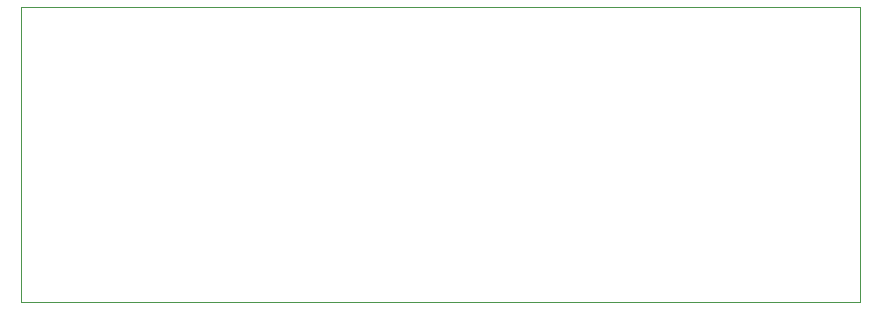
<source format=gm1>
%TF.GenerationSoftware,KiCad,Pcbnew,9.0.4-9.0.4-0~ubuntu24.04.1*%
%TF.CreationDate,2025-09-24T17:28:50+03:00*%
%TF.ProjectId,Linear_actuator_MCU_Bridge_circuit,4c696e65-6172-45f6-9163-747561746f72,rev?*%
%TF.SameCoordinates,Original*%
%TF.FileFunction,Profile,NP*%
%FSLAX46Y46*%
G04 Gerber Fmt 4.6, Leading zero omitted, Abs format (unit mm)*
G04 Created by KiCad (PCBNEW 9.0.4-9.0.4-0~ubuntu24.04.1) date 2025-09-24 17:28:50*
%MOMM*%
%LPD*%
G01*
G04 APERTURE LIST*
%TA.AperFunction,Profile*%
%ADD10C,0.050000*%
%TD*%
G04 APERTURE END LIST*
D10*
X75590700Y-56340100D02*
X146590700Y-56340100D01*
X146590700Y-81340100D01*
X75590700Y-81340100D01*
X75590700Y-56340100D01*
M02*

</source>
